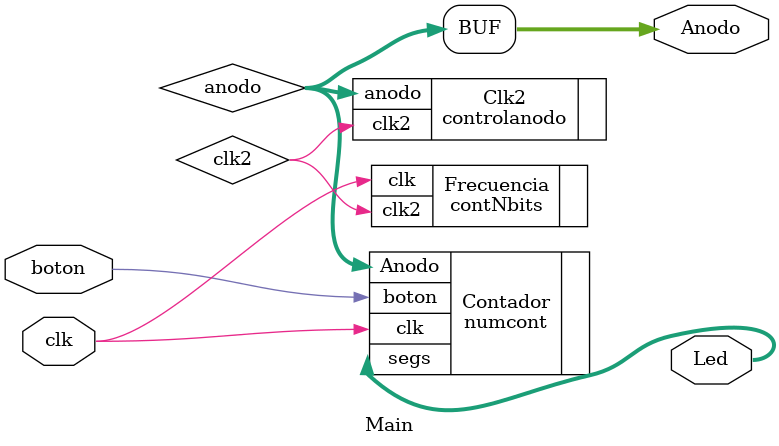
<source format=v>
`timescale 1ns / 1ps


module Main( input boton, input clk, output [7:0] Anodo, output [6:0] Led

    );
wire clk2;   
wire [7:0]anodo;
contNbits Frecuencia (
.clk(clk),
.clk2(clk2)
);
     
controlanodo Clk2 (
    .clk2(clk2),
    .anodo(anodo)
    );
    
numcont Contador (
    .clk(clk),
    .boton(boton),
    .Anodo(anodo),
    .segs(Led)
    );
    
assign Anodo=anodo;
endmodule

</source>
